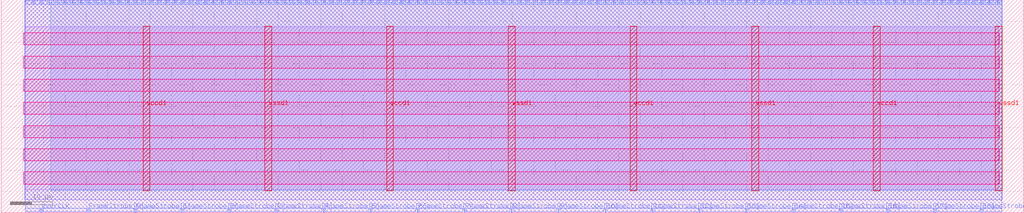
<source format=lef>
VERSION 5.7 ;
  NOWIREEXTENSIONATPIN ON ;
  DIVIDERCHAR "/" ;
  BUSBITCHARS "[]" ;
MACRO S_term_single2
  CLASS BLOCK ;
  FOREIGN S_term_single2 ;
  ORIGIN 0.000 0.000 ;
  SIZE 240.000 BY 50.000 ;
  PIN FrameStrobe[0]
    DIRECTION INPUT ;
    USE SIGNAL ;
    ANTENNAGATEAREA 0.196500 ;
    PORT
      LAYER met2 ;
        RECT 20.330 0.000 20.610 0.800 ;
    END
  END FrameStrobe[0]
  PIN FrameStrobe[10]
    DIRECTION INPUT ;
    USE SIGNAL ;
    ANTENNAGATEAREA 0.196500 ;
    PORT
      LAYER met2 ;
        RECT 130.730 0.000 131.010 0.800 ;
    END
  END FrameStrobe[10]
  PIN FrameStrobe[11]
    DIRECTION INPUT ;
    USE SIGNAL ;
    ANTENNAGATEAREA 0.196500 ;
    PORT
      LAYER met2 ;
        RECT 141.770 0.000 142.050 0.800 ;
    END
  END FrameStrobe[11]
  PIN FrameStrobe[12]
    DIRECTION INPUT ;
    USE SIGNAL ;
    ANTENNAGATEAREA 0.196500 ;
    PORT
      LAYER met2 ;
        RECT 152.810 0.000 153.090 0.800 ;
    END
  END FrameStrobe[12]
  PIN FrameStrobe[13]
    DIRECTION INPUT ;
    USE SIGNAL ;
    ANTENNAGATEAREA 0.196500 ;
    PORT
      LAYER met2 ;
        RECT 163.850 0.000 164.130 0.800 ;
    END
  END FrameStrobe[13]
  PIN FrameStrobe[14]
    DIRECTION INPUT ;
    USE SIGNAL ;
    ANTENNAGATEAREA 0.196500 ;
    PORT
      LAYER met2 ;
        RECT 174.890 0.000 175.170 0.800 ;
    END
  END FrameStrobe[14]
  PIN FrameStrobe[15]
    DIRECTION INPUT ;
    USE SIGNAL ;
    ANTENNAGATEAREA 0.196500 ;
    PORT
      LAYER met2 ;
        RECT 185.930 0.000 186.210 0.800 ;
    END
  END FrameStrobe[15]
  PIN FrameStrobe[16]
    DIRECTION INPUT ;
    USE SIGNAL ;
    ANTENNAGATEAREA 0.196500 ;
    PORT
      LAYER met2 ;
        RECT 196.970 0.000 197.250 0.800 ;
    END
  END FrameStrobe[16]
  PIN FrameStrobe[17]
    DIRECTION INPUT ;
    USE SIGNAL ;
    ANTENNAGATEAREA 0.196500 ;
    PORT
      LAYER met2 ;
        RECT 208.010 0.000 208.290 0.800 ;
    END
  END FrameStrobe[17]
  PIN FrameStrobe[18]
    DIRECTION INPUT ;
    USE SIGNAL ;
    ANTENNAGATEAREA 0.196500 ;
    PORT
      LAYER met2 ;
        RECT 219.050 0.000 219.330 0.800 ;
    END
  END FrameStrobe[18]
  PIN FrameStrobe[19]
    DIRECTION INPUT ;
    USE SIGNAL ;
    ANTENNAGATEAREA 0.196500 ;
    PORT
      LAYER met2 ;
        RECT 230.090 0.000 230.370 0.800 ;
    END
  END FrameStrobe[19]
  PIN FrameStrobe[1]
    DIRECTION INPUT ;
    USE SIGNAL ;
    ANTENNAGATEAREA 0.196500 ;
    PORT
      LAYER met2 ;
        RECT 31.370 0.000 31.650 0.800 ;
    END
  END FrameStrobe[1]
  PIN FrameStrobe[2]
    DIRECTION INPUT ;
    USE SIGNAL ;
    ANTENNAGATEAREA 0.196500 ;
    PORT
      LAYER met2 ;
        RECT 42.410 0.000 42.690 0.800 ;
    END
  END FrameStrobe[2]
  PIN FrameStrobe[3]
    DIRECTION INPUT ;
    USE SIGNAL ;
    ANTENNAGATEAREA 0.196500 ;
    PORT
      LAYER met2 ;
        RECT 53.450 0.000 53.730 0.800 ;
    END
  END FrameStrobe[3]
  PIN FrameStrobe[4]
    DIRECTION INPUT ;
    USE SIGNAL ;
    ANTENNAGATEAREA 0.196500 ;
    PORT
      LAYER met2 ;
        RECT 64.490 0.000 64.770 0.800 ;
    END
  END FrameStrobe[4]
  PIN FrameStrobe[5]
    DIRECTION INPUT ;
    USE SIGNAL ;
    ANTENNAGATEAREA 0.196500 ;
    PORT
      LAYER met2 ;
        RECT 75.530 0.000 75.810 0.800 ;
    END
  END FrameStrobe[5]
  PIN FrameStrobe[6]
    DIRECTION INPUT ;
    USE SIGNAL ;
    ANTENNAGATEAREA 0.196500 ;
    PORT
      LAYER met2 ;
        RECT 86.570 0.000 86.850 0.800 ;
    END
  END FrameStrobe[6]
  PIN FrameStrobe[7]
    DIRECTION INPUT ;
    USE SIGNAL ;
    ANTENNAGATEAREA 0.196500 ;
    PORT
      LAYER met2 ;
        RECT 97.610 0.000 97.890 0.800 ;
    END
  END FrameStrobe[7]
  PIN FrameStrobe[8]
    DIRECTION INPUT ;
    USE SIGNAL ;
    ANTENNAGATEAREA 0.196500 ;
    PORT
      LAYER met2 ;
        RECT 108.650 0.000 108.930 0.800 ;
    END
  END FrameStrobe[8]
  PIN FrameStrobe[9]
    DIRECTION INPUT ;
    USE SIGNAL ;
    ANTENNAGATEAREA 0.196500 ;
    PORT
      LAYER met2 ;
        RECT 119.690 0.000 119.970 0.800 ;
    END
  END FrameStrobe[9]
  PIN FrameStrobe_O[0]
    DIRECTION OUTPUT TRISTATE ;
    USE SIGNAL ;
    ANTENNADIFFAREA 0.795200 ;
    PORT
      LAYER met2 ;
        RECT 198.810 49.200 199.090 50.000 ;
    END
  END FrameStrobe_O[0]
  PIN FrameStrobe_O[10]
    DIRECTION OUTPUT TRISTATE ;
    USE SIGNAL ;
    ANTENNADIFFAREA 0.795200 ;
    PORT
      LAYER met2 ;
        RECT 217.210 49.200 217.490 50.000 ;
    END
  END FrameStrobe_O[10]
  PIN FrameStrobe_O[11]
    DIRECTION OUTPUT TRISTATE ;
    USE SIGNAL ;
    ANTENNADIFFAREA 0.795200 ;
    PORT
      LAYER met2 ;
        RECT 219.050 49.200 219.330 50.000 ;
    END
  END FrameStrobe_O[11]
  PIN FrameStrobe_O[12]
    DIRECTION OUTPUT TRISTATE ;
    USE SIGNAL ;
    ANTENNADIFFAREA 0.795200 ;
    PORT
      LAYER met2 ;
        RECT 220.890 49.200 221.170 50.000 ;
    END
  END FrameStrobe_O[12]
  PIN FrameStrobe_O[13]
    DIRECTION OUTPUT TRISTATE ;
    USE SIGNAL ;
    ANTENNADIFFAREA 0.795200 ;
    PORT
      LAYER met2 ;
        RECT 222.730 49.200 223.010 50.000 ;
    END
  END FrameStrobe_O[13]
  PIN FrameStrobe_O[14]
    DIRECTION OUTPUT TRISTATE ;
    USE SIGNAL ;
    ANTENNADIFFAREA 0.795200 ;
    PORT
      LAYER met2 ;
        RECT 224.570 49.200 224.850 50.000 ;
    END
  END FrameStrobe_O[14]
  PIN FrameStrobe_O[15]
    DIRECTION OUTPUT TRISTATE ;
    USE SIGNAL ;
    ANTENNADIFFAREA 0.795200 ;
    PORT
      LAYER met2 ;
        RECT 226.410 49.200 226.690 50.000 ;
    END
  END FrameStrobe_O[15]
  PIN FrameStrobe_O[16]
    DIRECTION OUTPUT TRISTATE ;
    USE SIGNAL ;
    ANTENNADIFFAREA 0.795200 ;
    PORT
      LAYER met2 ;
        RECT 228.250 49.200 228.530 50.000 ;
    END
  END FrameStrobe_O[16]
  PIN FrameStrobe_O[17]
    DIRECTION OUTPUT TRISTATE ;
    USE SIGNAL ;
    ANTENNADIFFAREA 0.795200 ;
    PORT
      LAYER met2 ;
        RECT 230.090 49.200 230.370 50.000 ;
    END
  END FrameStrobe_O[17]
  PIN FrameStrobe_O[18]
    DIRECTION OUTPUT TRISTATE ;
    USE SIGNAL ;
    ANTENNADIFFAREA 0.795200 ;
    PORT
      LAYER met2 ;
        RECT 231.930 49.200 232.210 50.000 ;
    END
  END FrameStrobe_O[18]
  PIN FrameStrobe_O[19]
    DIRECTION OUTPUT TRISTATE ;
    USE SIGNAL ;
    ANTENNADIFFAREA 0.795200 ;
    PORT
      LAYER met2 ;
        RECT 233.770 49.200 234.050 50.000 ;
    END
  END FrameStrobe_O[19]
  PIN FrameStrobe_O[1]
    DIRECTION OUTPUT TRISTATE ;
    USE SIGNAL ;
    ANTENNADIFFAREA 0.445500 ;
    PORT
      LAYER met2 ;
        RECT 200.650 49.200 200.930 50.000 ;
    END
  END FrameStrobe_O[1]
  PIN FrameStrobe_O[2]
    DIRECTION OUTPUT TRISTATE ;
    USE SIGNAL ;
    ANTENNADIFFAREA 0.445500 ;
    PORT
      LAYER met2 ;
        RECT 202.490 49.200 202.770 50.000 ;
    END
  END FrameStrobe_O[2]
  PIN FrameStrobe_O[3]
    DIRECTION OUTPUT TRISTATE ;
    USE SIGNAL ;
    ANTENNADIFFAREA 0.795200 ;
    PORT
      LAYER met2 ;
        RECT 204.330 49.200 204.610 50.000 ;
    END
  END FrameStrobe_O[3]
  PIN FrameStrobe_O[4]
    DIRECTION OUTPUT TRISTATE ;
    USE SIGNAL ;
    ANTENNADIFFAREA 0.795200 ;
    PORT
      LAYER met2 ;
        RECT 206.170 49.200 206.450 50.000 ;
    END
  END FrameStrobe_O[4]
  PIN FrameStrobe_O[5]
    DIRECTION OUTPUT TRISTATE ;
    USE SIGNAL ;
    ANTENNADIFFAREA 0.795200 ;
    PORT
      LAYER met2 ;
        RECT 208.010 49.200 208.290 50.000 ;
    END
  END FrameStrobe_O[5]
  PIN FrameStrobe_O[6]
    DIRECTION OUTPUT TRISTATE ;
    USE SIGNAL ;
    ANTENNADIFFAREA 0.795200 ;
    PORT
      LAYER met2 ;
        RECT 209.850 49.200 210.130 50.000 ;
    END
  END FrameStrobe_O[6]
  PIN FrameStrobe_O[7]
    DIRECTION OUTPUT TRISTATE ;
    USE SIGNAL ;
    ANTENNADIFFAREA 0.795200 ;
    PORT
      LAYER met2 ;
        RECT 211.690 49.200 211.970 50.000 ;
    END
  END FrameStrobe_O[7]
  PIN FrameStrobe_O[8]
    DIRECTION OUTPUT TRISTATE ;
    USE SIGNAL ;
    ANTENNADIFFAREA 0.795200 ;
    PORT
      LAYER met2 ;
        RECT 213.530 49.200 213.810 50.000 ;
    END
  END FrameStrobe_O[8]
  PIN FrameStrobe_O[9]
    DIRECTION OUTPUT TRISTATE ;
    USE SIGNAL ;
    ANTENNADIFFAREA 0.795200 ;
    PORT
      LAYER met2 ;
        RECT 215.370 49.200 215.650 50.000 ;
    END
  END FrameStrobe_O[9]
  PIN N1BEG[0]
    DIRECTION OUTPUT TRISTATE ;
    USE SIGNAL ;
    ANTENNADIFFAREA 0.795200 ;
    PORT
      LAYER met2 ;
        RECT 5.610 49.200 5.890 50.000 ;
    END
  END N1BEG[0]
  PIN N1BEG[1]
    DIRECTION OUTPUT TRISTATE ;
    USE SIGNAL ;
    ANTENNADIFFAREA 0.795200 ;
    PORT
      LAYER met2 ;
        RECT 7.450 49.200 7.730 50.000 ;
    END
  END N1BEG[1]
  PIN N1BEG[2]
    DIRECTION OUTPUT TRISTATE ;
    USE SIGNAL ;
    ANTENNADIFFAREA 0.445500 ;
    PORT
      LAYER met2 ;
        RECT 9.290 49.200 9.570 50.000 ;
    END
  END N1BEG[2]
  PIN N1BEG[3]
    DIRECTION OUTPUT TRISTATE ;
    USE SIGNAL ;
    ANTENNADIFFAREA 0.445500 ;
    PORT
      LAYER met2 ;
        RECT 11.130 49.200 11.410 50.000 ;
    END
  END N1BEG[3]
  PIN N2BEG[0]
    DIRECTION OUTPUT TRISTATE ;
    USE SIGNAL ;
    ANTENNADIFFAREA 0.445500 ;
    PORT
      LAYER met2 ;
        RECT 12.970 49.200 13.250 50.000 ;
    END
  END N2BEG[0]
  PIN N2BEG[1]
    DIRECTION OUTPUT TRISTATE ;
    USE SIGNAL ;
    ANTENNADIFFAREA 0.795200 ;
    PORT
      LAYER met2 ;
        RECT 14.810 49.200 15.090 50.000 ;
    END
  END N2BEG[1]
  PIN N2BEG[2]
    DIRECTION OUTPUT TRISTATE ;
    USE SIGNAL ;
    ANTENNADIFFAREA 0.445500 ;
    PORT
      LAYER met2 ;
        RECT 16.650 49.200 16.930 50.000 ;
    END
  END N2BEG[2]
  PIN N2BEG[3]
    DIRECTION OUTPUT TRISTATE ;
    USE SIGNAL ;
    ANTENNADIFFAREA 0.445500 ;
    PORT
      LAYER met2 ;
        RECT 18.490 49.200 18.770 50.000 ;
    END
  END N2BEG[3]
  PIN N2BEG[4]
    DIRECTION OUTPUT TRISTATE ;
    USE SIGNAL ;
    ANTENNADIFFAREA 0.795200 ;
    PORT
      LAYER met2 ;
        RECT 20.330 49.200 20.610 50.000 ;
    END
  END N2BEG[4]
  PIN N2BEG[5]
    DIRECTION OUTPUT TRISTATE ;
    USE SIGNAL ;
    ANTENNADIFFAREA 0.795200 ;
    PORT
      LAYER met2 ;
        RECT 22.170 49.200 22.450 50.000 ;
    END
  END N2BEG[5]
  PIN N2BEG[6]
    DIRECTION OUTPUT TRISTATE ;
    USE SIGNAL ;
    ANTENNADIFFAREA 0.445500 ;
    PORT
      LAYER met2 ;
        RECT 24.010 49.200 24.290 50.000 ;
    END
  END N2BEG[6]
  PIN N2BEG[7]
    DIRECTION OUTPUT TRISTATE ;
    USE SIGNAL ;
    ANTENNADIFFAREA 0.445500 ;
    PORT
      LAYER met2 ;
        RECT 25.850 49.200 26.130 50.000 ;
    END
  END N2BEG[7]
  PIN N2BEGb[0]
    DIRECTION OUTPUT TRISTATE ;
    USE SIGNAL ;
    ANTENNADIFFAREA 0.795200 ;
    PORT
      LAYER met2 ;
        RECT 27.690 49.200 27.970 50.000 ;
    END
  END N2BEGb[0]
  PIN N2BEGb[1]
    DIRECTION OUTPUT TRISTATE ;
    USE SIGNAL ;
    ANTENNADIFFAREA 0.795200 ;
    PORT
      LAYER met2 ;
        RECT 29.530 49.200 29.810 50.000 ;
    END
  END N2BEGb[1]
  PIN N2BEGb[2]
    DIRECTION OUTPUT TRISTATE ;
    USE SIGNAL ;
    ANTENNADIFFAREA 0.445500 ;
    PORT
      LAYER met2 ;
        RECT 31.370 49.200 31.650 50.000 ;
    END
  END N2BEGb[2]
  PIN N2BEGb[3]
    DIRECTION OUTPUT TRISTATE ;
    USE SIGNAL ;
    ANTENNADIFFAREA 0.795200 ;
    PORT
      LAYER met2 ;
        RECT 33.210 49.200 33.490 50.000 ;
    END
  END N2BEGb[3]
  PIN N2BEGb[4]
    DIRECTION OUTPUT TRISTATE ;
    USE SIGNAL ;
    ANTENNADIFFAREA 0.795200 ;
    PORT
      LAYER met2 ;
        RECT 35.050 49.200 35.330 50.000 ;
    END
  END N2BEGb[4]
  PIN N2BEGb[5]
    DIRECTION OUTPUT TRISTATE ;
    USE SIGNAL ;
    ANTENNADIFFAREA 0.445500 ;
    PORT
      LAYER met2 ;
        RECT 36.890 49.200 37.170 50.000 ;
    END
  END N2BEGb[5]
  PIN N2BEGb[6]
    DIRECTION OUTPUT TRISTATE ;
    USE SIGNAL ;
    ANTENNADIFFAREA 0.445500 ;
    PORT
      LAYER met2 ;
        RECT 38.730 49.200 39.010 50.000 ;
    END
  END N2BEGb[6]
  PIN N2BEGb[7]
    DIRECTION OUTPUT TRISTATE ;
    USE SIGNAL ;
    ANTENNADIFFAREA 0.445500 ;
    PORT
      LAYER met2 ;
        RECT 40.570 49.200 40.850 50.000 ;
    END
  END N2BEGb[7]
  PIN N4BEG[0]
    DIRECTION OUTPUT TRISTATE ;
    USE SIGNAL ;
    ANTENNADIFFAREA 0.795200 ;
    PORT
      LAYER met2 ;
        RECT 42.410 49.200 42.690 50.000 ;
    END
  END N4BEG[0]
  PIN N4BEG[10]
    DIRECTION OUTPUT TRISTATE ;
    USE SIGNAL ;
    ANTENNADIFFAREA 0.445500 ;
    PORT
      LAYER met2 ;
        RECT 60.810 49.200 61.090 50.000 ;
    END
  END N4BEG[10]
  PIN N4BEG[11]
    DIRECTION OUTPUT TRISTATE ;
    USE SIGNAL ;
    ANTENNADIFFAREA 0.795200 ;
    PORT
      LAYER met2 ;
        RECT 62.650 49.200 62.930 50.000 ;
    END
  END N4BEG[11]
  PIN N4BEG[12]
    DIRECTION OUTPUT TRISTATE ;
    USE SIGNAL ;
    ANTENNADIFFAREA 0.445500 ;
    PORT
      LAYER met2 ;
        RECT 64.490 49.200 64.770 50.000 ;
    END
  END N4BEG[12]
  PIN N4BEG[13]
    DIRECTION OUTPUT TRISTATE ;
    USE SIGNAL ;
    ANTENNADIFFAREA 0.445500 ;
    PORT
      LAYER met2 ;
        RECT 66.330 49.200 66.610 50.000 ;
    END
  END N4BEG[13]
  PIN N4BEG[14]
    DIRECTION OUTPUT TRISTATE ;
    USE SIGNAL ;
    ANTENNADIFFAREA 0.445500 ;
    PORT
      LAYER met2 ;
        RECT 68.170 49.200 68.450 50.000 ;
    END
  END N4BEG[14]
  PIN N4BEG[15]
    DIRECTION OUTPUT TRISTATE ;
    USE SIGNAL ;
    ANTENNADIFFAREA 0.795200 ;
    PORT
      LAYER met2 ;
        RECT 70.010 49.200 70.290 50.000 ;
    END
  END N4BEG[15]
  PIN N4BEG[1]
    DIRECTION OUTPUT TRISTATE ;
    USE SIGNAL ;
    ANTENNADIFFAREA 0.445500 ;
    PORT
      LAYER met2 ;
        RECT 44.250 49.200 44.530 50.000 ;
    END
  END N4BEG[1]
  PIN N4BEG[2]
    DIRECTION OUTPUT TRISTATE ;
    USE SIGNAL ;
    ANTENNADIFFAREA 0.795200 ;
    PORT
      LAYER met2 ;
        RECT 46.090 49.200 46.370 50.000 ;
    END
  END N4BEG[2]
  PIN N4BEG[3]
    DIRECTION OUTPUT TRISTATE ;
    USE SIGNAL ;
    ANTENNADIFFAREA 0.795200 ;
    PORT
      LAYER met2 ;
        RECT 47.930 49.200 48.210 50.000 ;
    END
  END N4BEG[3]
  PIN N4BEG[4]
    DIRECTION OUTPUT TRISTATE ;
    USE SIGNAL ;
    ANTENNADIFFAREA 0.795200 ;
    PORT
      LAYER met2 ;
        RECT 49.770 49.200 50.050 50.000 ;
    END
  END N4BEG[4]
  PIN N4BEG[5]
    DIRECTION OUTPUT TRISTATE ;
    USE SIGNAL ;
    ANTENNADIFFAREA 0.445500 ;
    PORT
      LAYER met2 ;
        RECT 51.610 49.200 51.890 50.000 ;
    END
  END N4BEG[5]
  PIN N4BEG[6]
    DIRECTION OUTPUT TRISTATE ;
    USE SIGNAL ;
    ANTENNADIFFAREA 0.445500 ;
    PORT
      LAYER met2 ;
        RECT 53.450 49.200 53.730 50.000 ;
    END
  END N4BEG[6]
  PIN N4BEG[7]
    DIRECTION OUTPUT TRISTATE ;
    USE SIGNAL ;
    ANTENNADIFFAREA 0.795200 ;
    PORT
      LAYER met2 ;
        RECT 55.290 49.200 55.570 50.000 ;
    END
  END N4BEG[7]
  PIN N4BEG[8]
    DIRECTION OUTPUT TRISTATE ;
    USE SIGNAL ;
    ANTENNADIFFAREA 0.795200 ;
    PORT
      LAYER met2 ;
        RECT 57.130 49.200 57.410 50.000 ;
    END
  END N4BEG[8]
  PIN N4BEG[9]
    DIRECTION OUTPUT TRISTATE ;
    USE SIGNAL ;
    ANTENNADIFFAREA 0.795200 ;
    PORT
      LAYER met2 ;
        RECT 58.970 49.200 59.250 50.000 ;
    END
  END N4BEG[9]
  PIN NN4BEG[0]
    DIRECTION OUTPUT TRISTATE ;
    USE SIGNAL ;
    ANTENNADIFFAREA 0.795200 ;
    PORT
      LAYER met2 ;
        RECT 71.850 49.200 72.130 50.000 ;
    END
  END NN4BEG[0]
  PIN NN4BEG[10]
    DIRECTION OUTPUT TRISTATE ;
    USE SIGNAL ;
    ANTENNADIFFAREA 0.795200 ;
    PORT
      LAYER met2 ;
        RECT 90.250 49.200 90.530 50.000 ;
    END
  END NN4BEG[10]
  PIN NN4BEG[11]
    DIRECTION OUTPUT TRISTATE ;
    USE SIGNAL ;
    ANTENNADIFFAREA 0.445500 ;
    PORT
      LAYER met2 ;
        RECT 92.090 49.200 92.370 50.000 ;
    END
  END NN4BEG[11]
  PIN NN4BEG[12]
    DIRECTION OUTPUT TRISTATE ;
    USE SIGNAL ;
    ANTENNADIFFAREA 0.445500 ;
    PORT
      LAYER met2 ;
        RECT 93.930 49.200 94.210 50.000 ;
    END
  END NN4BEG[12]
  PIN NN4BEG[13]
    DIRECTION OUTPUT TRISTATE ;
    USE SIGNAL ;
    ANTENNADIFFAREA 0.795200 ;
    PORT
      LAYER met2 ;
        RECT 95.770 49.200 96.050 50.000 ;
    END
  END NN4BEG[13]
  PIN NN4BEG[14]
    DIRECTION OUTPUT TRISTATE ;
    USE SIGNAL ;
    ANTENNADIFFAREA 0.445500 ;
    PORT
      LAYER met2 ;
        RECT 97.610 49.200 97.890 50.000 ;
    END
  END NN4BEG[14]
  PIN NN4BEG[15]
    DIRECTION OUTPUT TRISTATE ;
    USE SIGNAL ;
    ANTENNADIFFAREA 0.445500 ;
    PORT
      LAYER met2 ;
        RECT 99.450 49.200 99.730 50.000 ;
    END
  END NN4BEG[15]
  PIN NN4BEG[1]
    DIRECTION OUTPUT TRISTATE ;
    USE SIGNAL ;
    ANTENNADIFFAREA 0.445500 ;
    PORT
      LAYER met2 ;
        RECT 73.690 49.200 73.970 50.000 ;
    END
  END NN4BEG[1]
  PIN NN4BEG[2]
    DIRECTION OUTPUT TRISTATE ;
    USE SIGNAL ;
    ANTENNADIFFAREA 0.795200 ;
    PORT
      LAYER met2 ;
        RECT 75.530 49.200 75.810 50.000 ;
    END
  END NN4BEG[2]
  PIN NN4BEG[3]
    DIRECTION OUTPUT TRISTATE ;
    USE SIGNAL ;
    ANTENNADIFFAREA 0.795200 ;
    PORT
      LAYER met2 ;
        RECT 77.370 49.200 77.650 50.000 ;
    END
  END NN4BEG[3]
  PIN NN4BEG[4]
    DIRECTION OUTPUT TRISTATE ;
    USE SIGNAL ;
    ANTENNADIFFAREA 0.445500 ;
    PORT
      LAYER met2 ;
        RECT 79.210 49.200 79.490 50.000 ;
    END
  END NN4BEG[4]
  PIN NN4BEG[5]
    DIRECTION OUTPUT TRISTATE ;
    USE SIGNAL ;
    ANTENNADIFFAREA 0.445500 ;
    PORT
      LAYER met2 ;
        RECT 81.050 49.200 81.330 50.000 ;
    END
  END NN4BEG[5]
  PIN NN4BEG[6]
    DIRECTION OUTPUT TRISTATE ;
    USE SIGNAL ;
    ANTENNADIFFAREA 0.795200 ;
    PORT
      LAYER met2 ;
        RECT 82.890 49.200 83.170 50.000 ;
    END
  END NN4BEG[6]
  PIN NN4BEG[7]
    DIRECTION OUTPUT TRISTATE ;
    USE SIGNAL ;
    ANTENNADIFFAREA 0.445500 ;
    PORT
      LAYER met2 ;
        RECT 84.730 49.200 85.010 50.000 ;
    END
  END NN4BEG[7]
  PIN NN4BEG[8]
    DIRECTION OUTPUT TRISTATE ;
    USE SIGNAL ;
    ANTENNADIFFAREA 0.445500 ;
    PORT
      LAYER met2 ;
        RECT 86.570 49.200 86.850 50.000 ;
    END
  END NN4BEG[8]
  PIN NN4BEG[9]
    DIRECTION OUTPUT TRISTATE ;
    USE SIGNAL ;
    ANTENNADIFFAREA 0.795200 ;
    PORT
      LAYER met2 ;
        RECT 88.410 49.200 88.690 50.000 ;
    END
  END NN4BEG[9]
  PIN S1END[0]
    DIRECTION INPUT ;
    USE SIGNAL ;
    ANTENNAGATEAREA 0.196500 ;
    PORT
      LAYER met2 ;
        RECT 101.290 49.200 101.570 50.000 ;
    END
  END S1END[0]
  PIN S1END[1]
    DIRECTION INPUT ;
    USE SIGNAL ;
    ANTENNAGATEAREA 0.196500 ;
    PORT
      LAYER met2 ;
        RECT 103.130 49.200 103.410 50.000 ;
    END
  END S1END[1]
  PIN S1END[2]
    DIRECTION INPUT ;
    USE SIGNAL ;
    ANTENNAGATEAREA 0.196500 ;
    PORT
      LAYER met2 ;
        RECT 104.970 49.200 105.250 50.000 ;
    END
  END S1END[2]
  PIN S1END[3]
    DIRECTION INPUT ;
    USE SIGNAL ;
    ANTENNAGATEAREA 0.196500 ;
    PORT
      LAYER met2 ;
        RECT 106.810 49.200 107.090 50.000 ;
    END
  END S1END[3]
  PIN S2END[0]
    DIRECTION INPUT ;
    USE SIGNAL ;
    ANTENNAGATEAREA 0.196500 ;
    PORT
      LAYER met2 ;
        RECT 108.650 49.200 108.930 50.000 ;
    END
  END S2END[0]
  PIN S2END[1]
    DIRECTION INPUT ;
    USE SIGNAL ;
    ANTENNAGATEAREA 0.196500 ;
    PORT
      LAYER met2 ;
        RECT 110.490 49.200 110.770 50.000 ;
    END
  END S2END[1]
  PIN S2END[2]
    DIRECTION INPUT ;
    USE SIGNAL ;
    ANTENNAGATEAREA 0.196500 ;
    PORT
      LAYER met2 ;
        RECT 112.330 49.200 112.610 50.000 ;
    END
  END S2END[2]
  PIN S2END[3]
    DIRECTION INPUT ;
    USE SIGNAL ;
    ANTENNAGATEAREA 0.196500 ;
    PORT
      LAYER met2 ;
        RECT 114.170 49.200 114.450 50.000 ;
    END
  END S2END[3]
  PIN S2END[4]
    DIRECTION INPUT ;
    USE SIGNAL ;
    ANTENNAGATEAREA 0.196500 ;
    PORT
      LAYER met2 ;
        RECT 116.010 49.200 116.290 50.000 ;
    END
  END S2END[4]
  PIN S2END[5]
    DIRECTION INPUT ;
    USE SIGNAL ;
    ANTENNAGATEAREA 0.196500 ;
    PORT
      LAYER met2 ;
        RECT 117.850 49.200 118.130 50.000 ;
    END
  END S2END[5]
  PIN S2END[6]
    DIRECTION INPUT ;
    USE SIGNAL ;
    ANTENNAGATEAREA 0.196500 ;
    PORT
      LAYER met2 ;
        RECT 119.690 49.200 119.970 50.000 ;
    END
  END S2END[6]
  PIN S2END[7]
    DIRECTION INPUT ;
    USE SIGNAL ;
    ANTENNAGATEAREA 0.196500 ;
    PORT
      LAYER met2 ;
        RECT 121.530 49.200 121.810 50.000 ;
    END
  END S2END[7]
  PIN S2MID[0]
    DIRECTION INPUT ;
    USE SIGNAL ;
    ANTENNAGATEAREA 0.196500 ;
    PORT
      LAYER met2 ;
        RECT 123.370 49.200 123.650 50.000 ;
    END
  END S2MID[0]
  PIN S2MID[1]
    DIRECTION INPUT ;
    USE SIGNAL ;
    ANTENNAGATEAREA 0.196500 ;
    PORT
      LAYER met2 ;
        RECT 125.210 49.200 125.490 50.000 ;
    END
  END S2MID[1]
  PIN S2MID[2]
    DIRECTION INPUT ;
    USE SIGNAL ;
    ANTENNAGATEAREA 0.196500 ;
    PORT
      LAYER met2 ;
        RECT 127.050 49.200 127.330 50.000 ;
    END
  END S2MID[2]
  PIN S2MID[3]
    DIRECTION INPUT ;
    USE SIGNAL ;
    ANTENNAGATEAREA 0.196500 ;
    PORT
      LAYER met2 ;
        RECT 128.890 49.200 129.170 50.000 ;
    END
  END S2MID[3]
  PIN S2MID[4]
    DIRECTION INPUT ;
    USE SIGNAL ;
    ANTENNAGATEAREA 0.196500 ;
    PORT
      LAYER met2 ;
        RECT 130.730 49.200 131.010 50.000 ;
    END
  END S2MID[4]
  PIN S2MID[5]
    DIRECTION INPUT ;
    USE SIGNAL ;
    ANTENNAGATEAREA 0.196500 ;
    PORT
      LAYER met2 ;
        RECT 132.570 49.200 132.850 50.000 ;
    END
  END S2MID[5]
  PIN S2MID[6]
    DIRECTION INPUT ;
    USE SIGNAL ;
    ANTENNAGATEAREA 0.196500 ;
    PORT
      LAYER met2 ;
        RECT 134.410 49.200 134.690 50.000 ;
    END
  END S2MID[6]
  PIN S2MID[7]
    DIRECTION INPUT ;
    USE SIGNAL ;
    ANTENNAGATEAREA 0.196500 ;
    PORT
      LAYER met2 ;
        RECT 136.250 49.200 136.530 50.000 ;
    END
  END S2MID[7]
  PIN S4END[0]
    DIRECTION INPUT ;
    USE SIGNAL ;
    ANTENNAGATEAREA 0.196500 ;
    PORT
      LAYER met2 ;
        RECT 138.090 49.200 138.370 50.000 ;
    END
  END S4END[0]
  PIN S4END[10]
    DIRECTION INPUT ;
    USE SIGNAL ;
    ANTENNAGATEAREA 0.196500 ;
    PORT
      LAYER met2 ;
        RECT 156.490 49.200 156.770 50.000 ;
    END
  END S4END[10]
  PIN S4END[11]
    DIRECTION INPUT ;
    USE SIGNAL ;
    ANTENNAGATEAREA 0.196500 ;
    PORT
      LAYER met2 ;
        RECT 158.330 49.200 158.610 50.000 ;
    END
  END S4END[11]
  PIN S4END[12]
    DIRECTION INPUT ;
    USE SIGNAL ;
    ANTENNAGATEAREA 0.196500 ;
    PORT
      LAYER met2 ;
        RECT 160.170 49.200 160.450 50.000 ;
    END
  END S4END[12]
  PIN S4END[13]
    DIRECTION INPUT ;
    USE SIGNAL ;
    ANTENNAGATEAREA 0.196500 ;
    PORT
      LAYER met2 ;
        RECT 162.010 49.200 162.290 50.000 ;
    END
  END S4END[13]
  PIN S4END[14]
    DIRECTION INPUT ;
    USE SIGNAL ;
    ANTENNAGATEAREA 0.196500 ;
    PORT
      LAYER met2 ;
        RECT 163.850 49.200 164.130 50.000 ;
    END
  END S4END[14]
  PIN S4END[15]
    DIRECTION INPUT ;
    USE SIGNAL ;
    ANTENNAGATEAREA 0.196500 ;
    PORT
      LAYER met2 ;
        RECT 165.690 49.200 165.970 50.000 ;
    END
  END S4END[15]
  PIN S4END[1]
    DIRECTION INPUT ;
    USE SIGNAL ;
    ANTENNAGATEAREA 0.196500 ;
    PORT
      LAYER met2 ;
        RECT 139.930 49.200 140.210 50.000 ;
    END
  END S4END[1]
  PIN S4END[2]
    DIRECTION INPUT ;
    USE SIGNAL ;
    ANTENNAGATEAREA 0.196500 ;
    PORT
      LAYER met2 ;
        RECT 141.770 49.200 142.050 50.000 ;
    END
  END S4END[2]
  PIN S4END[3]
    DIRECTION INPUT ;
    USE SIGNAL ;
    ANTENNAGATEAREA 0.196500 ;
    PORT
      LAYER met2 ;
        RECT 143.610 49.200 143.890 50.000 ;
    END
  END S4END[3]
  PIN S4END[4]
    DIRECTION INPUT ;
    USE SIGNAL ;
    ANTENNAGATEAREA 0.196500 ;
    PORT
      LAYER met2 ;
        RECT 145.450 49.200 145.730 50.000 ;
    END
  END S4END[4]
  PIN S4END[5]
    DIRECTION INPUT ;
    USE SIGNAL ;
    ANTENNAGATEAREA 0.196500 ;
    PORT
      LAYER met2 ;
        RECT 147.290 49.200 147.570 50.000 ;
    END
  END S4END[5]
  PIN S4END[6]
    DIRECTION INPUT ;
    USE SIGNAL ;
    ANTENNAGATEAREA 0.196500 ;
    PORT
      LAYER met2 ;
        RECT 149.130 49.200 149.410 50.000 ;
    END
  END S4END[6]
  PIN S4END[7]
    DIRECTION INPUT ;
    USE SIGNAL ;
    ANTENNAGATEAREA 0.196500 ;
    PORT
      LAYER met2 ;
        RECT 150.970 49.200 151.250 50.000 ;
    END
  END S4END[7]
  PIN S4END[8]
    DIRECTION INPUT ;
    USE SIGNAL ;
    ANTENNAGATEAREA 0.196500 ;
    PORT
      LAYER met2 ;
        RECT 152.810 49.200 153.090 50.000 ;
    END
  END S4END[8]
  PIN S4END[9]
    DIRECTION INPUT ;
    USE SIGNAL ;
    ANTENNAGATEAREA 0.196500 ;
    PORT
      LAYER met2 ;
        RECT 154.650 49.200 154.930 50.000 ;
    END
  END S4END[9]
  PIN SS4END[0]
    DIRECTION INPUT ;
    USE SIGNAL ;
    ANTENNAGATEAREA 0.196500 ;
    PORT
      LAYER met2 ;
        RECT 167.530 49.200 167.810 50.000 ;
    END
  END SS4END[0]
  PIN SS4END[10]
    DIRECTION INPUT ;
    USE SIGNAL ;
    ANTENNAGATEAREA 0.196500 ;
    PORT
      LAYER met2 ;
        RECT 185.930 49.200 186.210 50.000 ;
    END
  END SS4END[10]
  PIN SS4END[11]
    DIRECTION INPUT ;
    USE SIGNAL ;
    ANTENNAGATEAREA 0.196500 ;
    PORT
      LAYER met2 ;
        RECT 187.770 49.200 188.050 50.000 ;
    END
  END SS4END[11]
  PIN SS4END[12]
    DIRECTION INPUT ;
    USE SIGNAL ;
    ANTENNAGATEAREA 0.196500 ;
    PORT
      LAYER met2 ;
        RECT 189.610 49.200 189.890 50.000 ;
    END
  END SS4END[12]
  PIN SS4END[13]
    DIRECTION INPUT ;
    USE SIGNAL ;
    ANTENNAGATEAREA 0.196500 ;
    PORT
      LAYER met2 ;
        RECT 191.450 49.200 191.730 50.000 ;
    END
  END SS4END[13]
  PIN SS4END[14]
    DIRECTION INPUT ;
    USE SIGNAL ;
    ANTENNAGATEAREA 0.196500 ;
    PORT
      LAYER met2 ;
        RECT 193.290 49.200 193.570 50.000 ;
    END
  END SS4END[14]
  PIN SS4END[15]
    DIRECTION INPUT ;
    USE SIGNAL ;
    ANTENNAGATEAREA 0.196500 ;
    PORT
      LAYER met2 ;
        RECT 195.130 49.200 195.410 50.000 ;
    END
  END SS4END[15]
  PIN SS4END[1]
    DIRECTION INPUT ;
    USE SIGNAL ;
    ANTENNAGATEAREA 0.196500 ;
    PORT
      LAYER met2 ;
        RECT 169.370 49.200 169.650 50.000 ;
    END
  END SS4END[1]
  PIN SS4END[2]
    DIRECTION INPUT ;
    USE SIGNAL ;
    ANTENNAGATEAREA 0.196500 ;
    PORT
      LAYER met2 ;
        RECT 171.210 49.200 171.490 50.000 ;
    END
  END SS4END[2]
  PIN SS4END[3]
    DIRECTION INPUT ;
    USE SIGNAL ;
    ANTENNAGATEAREA 0.196500 ;
    PORT
      LAYER met2 ;
        RECT 173.050 49.200 173.330 50.000 ;
    END
  END SS4END[3]
  PIN SS4END[4]
    DIRECTION INPUT ;
    USE SIGNAL ;
    ANTENNAGATEAREA 0.196500 ;
    PORT
      LAYER met2 ;
        RECT 174.890 49.200 175.170 50.000 ;
    END
  END SS4END[4]
  PIN SS4END[5]
    DIRECTION INPUT ;
    USE SIGNAL ;
    ANTENNAGATEAREA 0.196500 ;
    PORT
      LAYER met2 ;
        RECT 176.730 49.200 177.010 50.000 ;
    END
  END SS4END[5]
  PIN SS4END[6]
    DIRECTION INPUT ;
    USE SIGNAL ;
    ANTENNAGATEAREA 0.196500 ;
    PORT
      LAYER met2 ;
        RECT 178.570 49.200 178.850 50.000 ;
    END
  END SS4END[6]
  PIN SS4END[7]
    DIRECTION INPUT ;
    USE SIGNAL ;
    ANTENNAGATEAREA 0.196500 ;
    PORT
      LAYER met2 ;
        RECT 180.410 49.200 180.690 50.000 ;
    END
  END SS4END[7]
  PIN SS4END[8]
    DIRECTION INPUT ;
    USE SIGNAL ;
    ANTENNAGATEAREA 0.196500 ;
    PORT
      LAYER met2 ;
        RECT 182.250 49.200 182.530 50.000 ;
    END
  END SS4END[8]
  PIN SS4END[9]
    DIRECTION INPUT ;
    USE SIGNAL ;
    ANTENNAGATEAREA 0.196500 ;
    PORT
      LAYER met2 ;
        RECT 184.090 49.200 184.370 50.000 ;
    END
  END SS4END[9]
  PIN UserCLK
    DIRECTION INPUT ;
    USE SIGNAL ;
    ANTENNAGATEAREA 0.196500 ;
    PORT
      LAYER met2 ;
        RECT 9.290 0.000 9.570 0.800 ;
    END
  END UserCLK
  PIN UserCLKo
    DIRECTION OUTPUT TRISTATE ;
    USE SIGNAL ;
    ANTENNADIFFAREA 0.795200 ;
    PORT
      LAYER met2 ;
        RECT 196.970 49.200 197.250 50.000 ;
    END
  END UserCLKo
  PIN vccd1
    DIRECTION INOUT ;
    USE POWER ;
    PORT
      LAYER met4 ;
        RECT 33.295 5.200 34.895 43.760 ;
    END
    PORT
      LAYER met4 ;
        RECT 90.445 5.200 92.045 43.760 ;
    END
    PORT
      LAYER met4 ;
        RECT 147.595 5.200 149.195 43.760 ;
    END
    PORT
      LAYER met4 ;
        RECT 204.745 5.200 206.345 43.760 ;
    END
  END vccd1
  PIN vssd1
    DIRECTION INOUT ;
    USE GROUND ;
    PORT
      LAYER met4 ;
        RECT 61.870 5.200 63.470 43.760 ;
    END
    PORT
      LAYER met4 ;
        RECT 119.020 5.200 120.620 43.760 ;
    END
    PORT
      LAYER met4 ;
        RECT 176.170 5.200 177.770 43.760 ;
    END
    PORT
      LAYER met4 ;
        RECT 233.320 5.200 234.920 43.760 ;
    END
  END vssd1
  OBS
      LAYER nwell ;
        RECT 5.330 39.385 234.330 42.215 ;
        RECT 5.330 33.945 234.330 36.775 ;
        RECT 5.330 28.505 234.330 31.335 ;
        RECT 5.330 23.065 234.330 25.895 ;
        RECT 5.330 17.625 234.330 20.455 ;
        RECT 5.330 12.185 234.330 15.015 ;
        RECT 5.330 6.745 234.330 9.575 ;
      LAYER li1 ;
        RECT 5.520 5.355 234.140 43.605 ;
      LAYER met1 ;
        RECT 5.520 3.100 234.920 49.940 ;
      LAYER met2 ;
        RECT 6.170 48.920 7.170 49.970 ;
        RECT 8.010 48.920 9.010 49.970 ;
        RECT 9.850 48.920 10.850 49.970 ;
        RECT 11.690 48.920 12.690 49.970 ;
        RECT 13.530 48.920 14.530 49.970 ;
        RECT 15.370 48.920 16.370 49.970 ;
        RECT 17.210 48.920 18.210 49.970 ;
        RECT 19.050 48.920 20.050 49.970 ;
        RECT 20.890 48.920 21.890 49.970 ;
        RECT 22.730 48.920 23.730 49.970 ;
        RECT 24.570 48.920 25.570 49.970 ;
        RECT 26.410 48.920 27.410 49.970 ;
        RECT 28.250 48.920 29.250 49.970 ;
        RECT 30.090 48.920 31.090 49.970 ;
        RECT 31.930 48.920 32.930 49.970 ;
        RECT 33.770 48.920 34.770 49.970 ;
        RECT 35.610 48.920 36.610 49.970 ;
        RECT 37.450 48.920 38.450 49.970 ;
        RECT 39.290 48.920 40.290 49.970 ;
        RECT 41.130 48.920 42.130 49.970 ;
        RECT 42.970 48.920 43.970 49.970 ;
        RECT 44.810 48.920 45.810 49.970 ;
        RECT 46.650 48.920 47.650 49.970 ;
        RECT 48.490 48.920 49.490 49.970 ;
        RECT 50.330 48.920 51.330 49.970 ;
        RECT 52.170 48.920 53.170 49.970 ;
        RECT 54.010 48.920 55.010 49.970 ;
        RECT 55.850 48.920 56.850 49.970 ;
        RECT 57.690 48.920 58.690 49.970 ;
        RECT 59.530 48.920 60.530 49.970 ;
        RECT 61.370 48.920 62.370 49.970 ;
        RECT 63.210 48.920 64.210 49.970 ;
        RECT 65.050 48.920 66.050 49.970 ;
        RECT 66.890 48.920 67.890 49.970 ;
        RECT 68.730 48.920 69.730 49.970 ;
        RECT 70.570 48.920 71.570 49.970 ;
        RECT 72.410 48.920 73.410 49.970 ;
        RECT 74.250 48.920 75.250 49.970 ;
        RECT 76.090 48.920 77.090 49.970 ;
        RECT 77.930 48.920 78.930 49.970 ;
        RECT 79.770 48.920 80.770 49.970 ;
        RECT 81.610 48.920 82.610 49.970 ;
        RECT 83.450 48.920 84.450 49.970 ;
        RECT 85.290 48.920 86.290 49.970 ;
        RECT 87.130 48.920 88.130 49.970 ;
        RECT 88.970 48.920 89.970 49.970 ;
        RECT 90.810 48.920 91.810 49.970 ;
        RECT 92.650 48.920 93.650 49.970 ;
        RECT 94.490 48.920 95.490 49.970 ;
        RECT 96.330 48.920 97.330 49.970 ;
        RECT 98.170 48.920 99.170 49.970 ;
        RECT 100.010 48.920 101.010 49.970 ;
        RECT 101.850 48.920 102.850 49.970 ;
        RECT 103.690 48.920 104.690 49.970 ;
        RECT 105.530 48.920 106.530 49.970 ;
        RECT 107.370 48.920 108.370 49.970 ;
        RECT 109.210 48.920 110.210 49.970 ;
        RECT 111.050 48.920 112.050 49.970 ;
        RECT 112.890 48.920 113.890 49.970 ;
        RECT 114.730 48.920 115.730 49.970 ;
        RECT 116.570 48.920 117.570 49.970 ;
        RECT 118.410 48.920 119.410 49.970 ;
        RECT 120.250 48.920 121.250 49.970 ;
        RECT 122.090 48.920 123.090 49.970 ;
        RECT 123.930 48.920 124.930 49.970 ;
        RECT 125.770 48.920 126.770 49.970 ;
        RECT 127.610 48.920 128.610 49.970 ;
        RECT 129.450 48.920 130.450 49.970 ;
        RECT 131.290 48.920 132.290 49.970 ;
        RECT 133.130 48.920 134.130 49.970 ;
        RECT 134.970 48.920 135.970 49.970 ;
        RECT 136.810 48.920 137.810 49.970 ;
        RECT 138.650 48.920 139.650 49.970 ;
        RECT 140.490 48.920 141.490 49.970 ;
        RECT 142.330 48.920 143.330 49.970 ;
        RECT 144.170 48.920 145.170 49.970 ;
        RECT 146.010 48.920 147.010 49.970 ;
        RECT 147.850 48.920 148.850 49.970 ;
        RECT 149.690 48.920 150.690 49.970 ;
        RECT 151.530 48.920 152.530 49.970 ;
        RECT 153.370 48.920 154.370 49.970 ;
        RECT 155.210 48.920 156.210 49.970 ;
        RECT 157.050 48.920 158.050 49.970 ;
        RECT 158.890 48.920 159.890 49.970 ;
        RECT 160.730 48.920 161.730 49.970 ;
        RECT 162.570 48.920 163.570 49.970 ;
        RECT 164.410 48.920 165.410 49.970 ;
        RECT 166.250 48.920 167.250 49.970 ;
        RECT 168.090 48.920 169.090 49.970 ;
        RECT 169.930 48.920 170.930 49.970 ;
        RECT 171.770 48.920 172.770 49.970 ;
        RECT 173.610 48.920 174.610 49.970 ;
        RECT 175.450 48.920 176.450 49.970 ;
        RECT 177.290 48.920 178.290 49.970 ;
        RECT 179.130 48.920 180.130 49.970 ;
        RECT 180.970 48.920 181.970 49.970 ;
        RECT 182.810 48.920 183.810 49.970 ;
        RECT 184.650 48.920 185.650 49.970 ;
        RECT 186.490 48.920 187.490 49.970 ;
        RECT 188.330 48.920 189.330 49.970 ;
        RECT 190.170 48.920 191.170 49.970 ;
        RECT 192.010 48.920 193.010 49.970 ;
        RECT 193.850 48.920 194.850 49.970 ;
        RECT 195.690 48.920 196.690 49.970 ;
        RECT 197.530 48.920 198.530 49.970 ;
        RECT 199.370 48.920 200.370 49.970 ;
        RECT 201.210 48.920 202.210 49.970 ;
        RECT 203.050 48.920 204.050 49.970 ;
        RECT 204.890 48.920 205.890 49.970 ;
        RECT 206.730 48.920 207.730 49.970 ;
        RECT 208.570 48.920 209.570 49.970 ;
        RECT 210.410 48.920 211.410 49.970 ;
        RECT 212.250 48.920 213.250 49.970 ;
        RECT 214.090 48.920 215.090 49.970 ;
        RECT 215.930 48.920 216.930 49.970 ;
        RECT 217.770 48.920 218.770 49.970 ;
        RECT 219.610 48.920 220.610 49.970 ;
        RECT 221.450 48.920 222.450 49.970 ;
        RECT 223.290 48.920 224.290 49.970 ;
        RECT 225.130 48.920 226.130 49.970 ;
        RECT 226.970 48.920 227.970 49.970 ;
        RECT 228.810 48.920 229.810 49.970 ;
        RECT 230.650 48.920 231.650 49.970 ;
        RECT 232.490 48.920 233.490 49.970 ;
        RECT 234.330 48.920 234.890 49.970 ;
        RECT 5.620 1.080 234.890 48.920 ;
        RECT 5.620 0.270 9.010 1.080 ;
        RECT 9.850 0.270 20.050 1.080 ;
        RECT 20.890 0.270 31.090 1.080 ;
        RECT 31.930 0.270 42.130 1.080 ;
        RECT 42.970 0.270 53.170 1.080 ;
        RECT 54.010 0.270 64.210 1.080 ;
        RECT 65.050 0.270 75.250 1.080 ;
        RECT 76.090 0.270 86.290 1.080 ;
        RECT 87.130 0.270 97.330 1.080 ;
        RECT 98.170 0.270 108.370 1.080 ;
        RECT 109.210 0.270 119.410 1.080 ;
        RECT 120.250 0.270 130.450 1.080 ;
        RECT 131.290 0.270 141.490 1.080 ;
        RECT 142.330 0.270 152.530 1.080 ;
        RECT 153.370 0.270 163.570 1.080 ;
        RECT 164.410 0.270 174.610 1.080 ;
        RECT 175.450 0.270 185.650 1.080 ;
        RECT 186.490 0.270 196.690 1.080 ;
        RECT 197.530 0.270 207.730 1.080 ;
        RECT 208.570 0.270 218.770 1.080 ;
        RECT 219.610 0.270 229.810 1.080 ;
        RECT 230.650 0.270 234.890 1.080 ;
      LAYER met3 ;
        RECT 11.565 5.275 234.910 49.450 ;
  END
END S_term_single2
END LIBRARY


</source>
